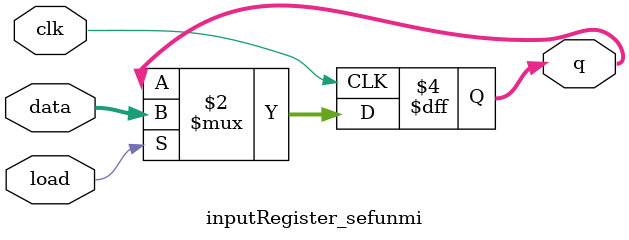
<source format=v>

module inputRegister_sefunmi(clk, load, data, q);
	input  		  clk, load;
	input  [7:0] data;
   output [7:0] q;
   reg    [7:0] q;

	// Register with active-high clock & asynchronous load
   always @(posedge clk) begin
      if (load)
         q <= data;
   end
    

endmodule

</source>
